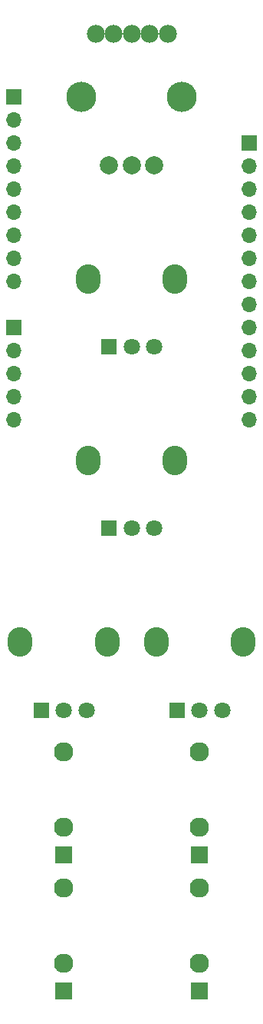
<source format=gbr>
%TF.GenerationSoftware,KiCad,Pcbnew,(6.0.9)*%
%TF.CreationDate,2023-01-29T17:20:29+01:00*%
%TF.ProjectId,wvtbl_main_board,77767462-6c5f-46d6-9169-6e5f626f6172,rev?*%
%TF.SameCoordinates,Original*%
%TF.FileFunction,Soldermask,Top*%
%TF.FilePolarity,Negative*%
%FSLAX46Y46*%
G04 Gerber Fmt 4.6, Leading zero omitted, Abs format (unit mm)*
G04 Created by KiCad (PCBNEW (6.0.9)) date 2023-01-29 17:20:29*
%MOMM*%
%LPD*%
G01*
G04 APERTURE LIST*
%ADD10O,2.720000X3.240000*%
%ADD11R,1.800000X1.800000*%
%ADD12C,1.800000*%
%ADD13R,1.930000X1.830000*%
%ADD14C,2.130000*%
%ADD15C,1.981200*%
%ADD16C,2.001520*%
%ADD17C,3.317240*%
%ADD18R,1.700000X1.700000*%
%ADD19O,1.700000X1.700000*%
G04 APERTURE END LIST*
D10*
%TO.C,RV2*%
X54800000Y-95000000D03*
X45200000Y-95000000D03*
D11*
X47500000Y-102500000D03*
D12*
X50000000Y-102500000D03*
X52500000Y-102500000D03*
%TD*%
D13*
%TO.C,J5*%
X57500000Y-153480000D03*
D14*
X57500000Y-142080000D03*
X57500000Y-150380000D03*
%TD*%
D15*
%TO.C,S1*%
X46002040Y-48002300D03*
X48001020Y-48002300D03*
X50000000Y-48002300D03*
X51998980Y-48002300D03*
X53997960Y-48002300D03*
D16*
X47500640Y-62498080D03*
X52499360Y-62498080D03*
X50000000Y-62498080D03*
D17*
X44450100Y-55000000D03*
X55549900Y-55000000D03*
%TD*%
D13*
%TO.C,J2*%
X42500000Y-153480000D03*
D14*
X42500000Y-142080000D03*
X42500000Y-150380000D03*
%TD*%
D10*
%TO.C,RV4*%
X52700000Y-115000000D03*
X62300000Y-115000000D03*
D11*
X55000000Y-122500000D03*
D12*
X57500000Y-122500000D03*
X60000000Y-122500000D03*
%TD*%
D10*
%TO.C,RV3*%
X47300000Y-115000000D03*
X37700000Y-115000000D03*
D11*
X40000000Y-122500000D03*
D12*
X42500000Y-122500000D03*
X45000000Y-122500000D03*
%TD*%
D13*
%TO.C,J4*%
X57500000Y-138480000D03*
D14*
X57500000Y-127080000D03*
X57500000Y-135380000D03*
%TD*%
D13*
%TO.C,J3*%
X42500000Y-138480000D03*
D14*
X42500000Y-127080000D03*
X42500000Y-135380000D03*
%TD*%
D10*
%TO.C,RV1*%
X45200000Y-75000000D03*
X54800000Y-75000000D03*
D11*
X47500000Y-82500000D03*
D12*
X50000000Y-82500000D03*
X52500000Y-82500000D03*
%TD*%
D18*
%TO.C,U1*%
X63000000Y-60080000D03*
D19*
X63000000Y-62620000D03*
X63000000Y-65160000D03*
X63000000Y-67700000D03*
X63000000Y-70240000D03*
X63000000Y-72780000D03*
X63000000Y-75320000D03*
X63000000Y-77860000D03*
X63000000Y-80400000D03*
X63000000Y-82940000D03*
X63000000Y-85480000D03*
X63000000Y-88020000D03*
X63000000Y-90560000D03*
X37000000Y-90560000D03*
X37000000Y-88020000D03*
X37000000Y-85480000D03*
X37000000Y-82940000D03*
D18*
X37000000Y-80400000D03*
D19*
X37000000Y-75320000D03*
X37000000Y-72780000D03*
X37000000Y-70240000D03*
X37000000Y-67700000D03*
X37000000Y-65160000D03*
X37000000Y-62620000D03*
X37000000Y-60080000D03*
X37000000Y-57540000D03*
D18*
X37000000Y-55000000D03*
%TD*%
M02*

</source>
